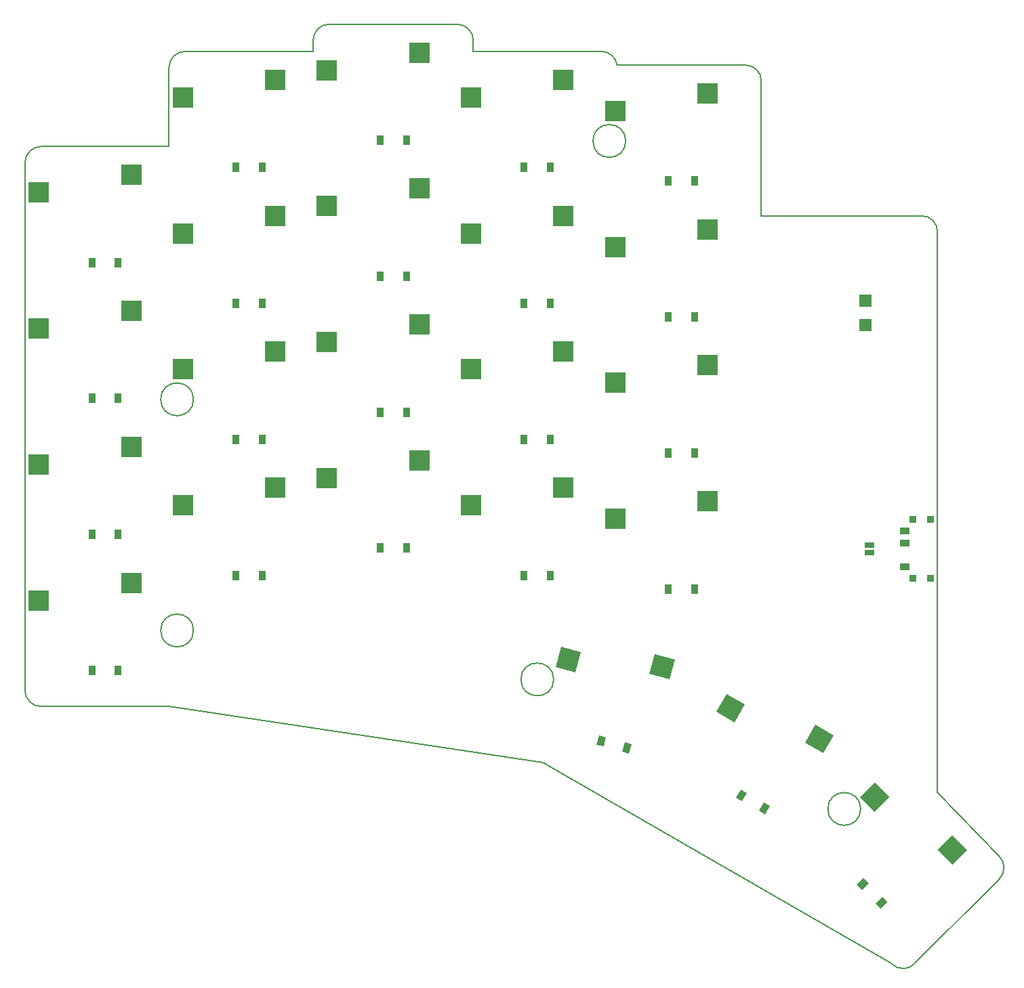
<source format=gbr>
G04 #@! TF.GenerationSoftware,KiCad,Pcbnew,5.1.5+dfsg1-2build2*
G04 #@! TF.CreationDate,2024-05-28T11:23:48+00:00*
G04 #@! TF.ProjectId,board,626f6172-642e-46b6-9963-61645f706362,0.3*
G04 #@! TF.SameCoordinates,Original*
G04 #@! TF.FileFunction,Paste,Top*
G04 #@! TF.FilePolarity,Positive*
%FSLAX46Y46*%
G04 Gerber Fmt 4.6, Leading zero omitted, Abs format (unit mm)*
G04 Created by KiCad (PCBNEW 5.1.5+dfsg1-2build2) date 2024-05-28 11:23:48*
%MOMM*%
%LPD*%
G04 APERTURE LIST*
G04 #@! TA.AperFunction,Profile*
%ADD10C,0.150000*%
G04 #@! TD*
%ADD11R,2.600000X2.600000*%
%ADD12C,0.350000*%
%ADD13R,0.900000X1.200000*%
%ADD14R,1.500000X1.500000*%
%ADD15R,1.143000X0.635000*%
%ADD16R,1.250000X0.900000*%
%ADD17R,0.900000X0.900000*%
G04 APERTURE END LIST*
D10*
X-8000000Y-9500000D02*
X8000000Y-9500000D01*
X-10000000Y-7500000D02*
X-10000000Y58500000D01*
X-8000000Y-9500000D02*
G75*
G02X-10000000Y-7500000I0J2000000D01*
G01*
X8000000Y60500000D02*
X-8000000Y60500000D01*
X-10000000Y58500000D02*
G75*
G02X-8000000Y60500000I2000000J0D01*
G01*
X26000000Y72400000D02*
X10000000Y72400000D01*
X8000000Y70400000D02*
G75*
G02X10000000Y72400000I2000000J0D01*
G01*
X8000000Y70400000D02*
X8000000Y60500000D01*
X46000000Y72400000D02*
X46000000Y73800000D01*
X44000000Y75800000D02*
G75*
G02X46000000Y73800000I0J-2000000D01*
G01*
X44000000Y75800000D02*
X28000000Y75800000D01*
X26000000Y73800000D02*
G75*
G02X28000000Y75800000I2000000J0D01*
G01*
X26000000Y73800000D02*
X26000000Y72400000D01*
X62000000Y72400000D02*
G75*
G02X63977391Y70699872I0J-2000000D01*
G01*
X62000000Y72400000D02*
X46000000Y72400000D01*
X82000000Y51850000D02*
X82000000Y68700000D01*
X80000000Y70700000D02*
G75*
G02X82000000Y68700000I0J-2000000D01*
G01*
X80000000Y70700000D02*
X64000000Y70700000D01*
X63977391Y70699872D02*
G75*
G02X64000000Y70700000I22609J-1999872D01*
G01*
X101117258Y-41686664D02*
G75*
G02X98288831Y-41686665I-1414214J1414213D01*
G01*
X101117258Y-41686665D02*
X111723860Y-31080063D01*
X111723859Y-28251637D02*
G75*
G02X111723859Y-31080063I-1414213J-1414213D01*
G01*
X104000000Y-20208734D02*
X111723860Y-28251636D01*
X98288831Y-41686665D02*
X54707107Y-16524745D01*
X54707107Y-16524745D02*
X8000000Y-9500000D01*
X104000000Y-20208734D02*
X104000000Y49850000D01*
X102000000Y51850000D02*
G75*
G02X104000000Y49850000I0J-2000000D01*
G01*
X102000000Y51850000D02*
X82000000Y51850000D01*
X11050000Y28900000D02*
G75*
G03X11050000Y28900000I-2050000J0D01*
G01*
X11050000Y0D02*
G75*
G03X11050000Y0I-2050000J0D01*
G01*
X65050000Y61200000D02*
G75*
G03X65050000Y61200000I-2050000J0D01*
G01*
X56050000Y-6120000D02*
G75*
G03X56050000Y-6120000I-2050000J0D01*
G01*
X94399134Y-22311939D02*
G75*
G03X94399134Y-22311939I-2050000J0D01*
G01*
D11*
G04 #@! TO.C,S1*
X3275000Y5950000D03*
X-8275000Y3750000D03*
G04 #@! TD*
G04 #@! TO.C,S2*
X3275000Y22950000D03*
X-8275000Y20750000D03*
G04 #@! TD*
G04 #@! TO.C,S3*
X3275000Y39950000D03*
X-8275000Y37750000D03*
G04 #@! TD*
G04 #@! TO.C,S4*
X3275000Y56950000D03*
X-8275000Y54750000D03*
G04 #@! TD*
G04 #@! TO.C,S5*
X21275000Y17850000D03*
X9725000Y15650000D03*
G04 #@! TD*
G04 #@! TO.C,S6*
X21275000Y34850000D03*
X9725000Y32650000D03*
G04 #@! TD*
G04 #@! TO.C,S7*
X21275000Y51850000D03*
X9725000Y49650000D03*
G04 #@! TD*
G04 #@! TO.C,S8*
X21275000Y68850000D03*
X9725000Y66650000D03*
G04 #@! TD*
G04 #@! TO.C,S9*
X39275000Y21250000D03*
X27725000Y19050000D03*
G04 #@! TD*
G04 #@! TO.C,S10*
X39275000Y38250000D03*
X27725000Y36050000D03*
G04 #@! TD*
G04 #@! TO.C,S11*
X39275000Y55250000D03*
X27725000Y53050000D03*
G04 #@! TD*
G04 #@! TO.C,S12*
X39275000Y72250000D03*
X27725000Y70050000D03*
G04 #@! TD*
G04 #@! TO.C,S13*
X57275000Y17850000D03*
X45725000Y15650000D03*
G04 #@! TD*
G04 #@! TO.C,S14*
X57275000Y34850000D03*
X45725000Y32650000D03*
G04 #@! TD*
G04 #@! TO.C,S15*
X57275000Y51850000D03*
X45725000Y49650000D03*
G04 #@! TD*
G04 #@! TO.C,S16*
X57275000Y68850000D03*
X45725000Y66650000D03*
G04 #@! TD*
G04 #@! TO.C,S17*
X75275000Y16150000D03*
X63725000Y13950000D03*
G04 #@! TD*
G04 #@! TO.C,S18*
X75275000Y33150000D03*
X63725000Y30950000D03*
G04 #@! TD*
G04 #@! TO.C,S19*
X75275000Y50150000D03*
X63725000Y47950000D03*
G04 #@! TD*
G04 #@! TO.C,S20*
X75275000Y67150000D03*
X63725000Y64950000D03*
G04 #@! TD*
D12*
G04 #@! TO.C,S21*
G36*
X68004512Y-5438613D02*
G01*
X68677441Y-2927206D01*
X71188848Y-3600135D01*
X70515919Y-6111542D01*
X68004512Y-5438613D01*
G37*
G36*
X56278667Y-4574290D02*
G01*
X56951596Y-2062883D01*
X59463003Y-2735812D01*
X58790074Y-5247219D01*
X56278667Y-4574290D01*
G37*
G04 #@! TD*
G04 #@! TO.C,S22*
G36*
X87466300Y-14057982D02*
G01*
X88766300Y-11806316D01*
X91017966Y-13106316D01*
X89717966Y-15357982D01*
X87466300Y-14057982D01*
G37*
G36*
X76363707Y-10188238D02*
G01*
X77663707Y-7936572D01*
X79915373Y-9236572D01*
X78615373Y-11488238D01*
X76363707Y-10188238D01*
G37*
G04 #@! TD*
G04 #@! TO.C,S23*
G36*
X104034082Y-27420789D02*
G01*
X105872560Y-25582311D01*
X107711038Y-27420789D01*
X105872560Y-29259267D01*
X104034082Y-27420789D01*
G37*
G36*
X94311364Y-20809341D02*
G01*
X96149842Y-18970863D01*
X97988320Y-20809341D01*
X96149842Y-22647819D01*
X94311364Y-20809341D01*
G37*
G04 #@! TD*
D13*
G04 #@! TO.C,D1*
X-1650000Y-5000000D03*
X1650000Y-5000000D03*
G04 #@! TD*
G04 #@! TO.C,D2*
X-1650000Y12000000D03*
X1650000Y12000000D03*
G04 #@! TD*
G04 #@! TO.C,D3*
X-1650000Y29000000D03*
X1650000Y29000000D03*
G04 #@! TD*
G04 #@! TO.C,D4*
X-1650000Y46000000D03*
X1650000Y46000000D03*
G04 #@! TD*
G04 #@! TO.C,D5*
X16350000Y6900000D03*
X19650000Y6900000D03*
G04 #@! TD*
G04 #@! TO.C,D6*
X16350000Y23900000D03*
X19650000Y23900000D03*
G04 #@! TD*
G04 #@! TO.C,D7*
X16350000Y40900000D03*
X19650000Y40900000D03*
G04 #@! TD*
G04 #@! TO.C,D8*
X16350000Y57900000D03*
X19650000Y57900000D03*
G04 #@! TD*
G04 #@! TO.C,D9*
X34350000Y10300000D03*
X37650000Y10300000D03*
G04 #@! TD*
G04 #@! TO.C,D10*
X34350000Y27300000D03*
X37650000Y27300000D03*
G04 #@! TD*
G04 #@! TO.C,D11*
X34350000Y44300000D03*
X37650000Y44300000D03*
G04 #@! TD*
G04 #@! TO.C,D12*
X34350000Y61300000D03*
X37650000Y61300000D03*
G04 #@! TD*
G04 #@! TO.C,D13*
X52350000Y6900000D03*
X55650000Y6900000D03*
G04 #@! TD*
G04 #@! TO.C,D14*
X52350000Y23900000D03*
X55650000Y23900000D03*
G04 #@! TD*
G04 #@! TO.C,D15*
X52350000Y40900000D03*
X55650000Y40900000D03*
G04 #@! TD*
G04 #@! TO.C,D16*
X52350000Y57900000D03*
X55650000Y57900000D03*
G04 #@! TD*
G04 #@! TO.C,D17*
X70350000Y5200000D03*
X73650000Y5200000D03*
G04 #@! TD*
G04 #@! TO.C,D18*
X70350000Y22200000D03*
X73650000Y22200000D03*
G04 #@! TD*
G04 #@! TO.C,D19*
X70350000Y39200000D03*
X73650000Y39200000D03*
G04 #@! TD*
G04 #@! TO.C,D20*
X70350000Y56200000D03*
X73650000Y56200000D03*
G04 #@! TD*
D12*
G04 #@! TO.C,D21*
G36*
X61415464Y-14284637D02*
G01*
X61726047Y-13125526D01*
X62595380Y-13358463D01*
X62284797Y-14517574D01*
X61415464Y-14284637D01*
G37*
G36*
X64603020Y-15138737D02*
G01*
X64913603Y-13979626D01*
X65782936Y-14212563D01*
X65472353Y-15371674D01*
X64603020Y-15138737D01*
G37*
G04 #@! TD*
G04 #@! TO.C,D22*
G36*
X78812247Y-20897315D02*
G01*
X79412247Y-19858085D01*
X80191669Y-20308085D01*
X79591669Y-21347315D01*
X78812247Y-20897315D01*
G37*
G36*
X81670131Y-22547315D02*
G01*
X82270131Y-21508085D01*
X83049553Y-21958085D01*
X82449553Y-22997315D01*
X81670131Y-22547315D01*
G37*
G04 #@! TD*
G04 #@! TO.C,D23*
G36*
X93904812Y-31787140D02*
G01*
X94753340Y-30938612D01*
X95389736Y-31575008D01*
X94541208Y-32423536D01*
X93904812Y-31787140D01*
G37*
G36*
X96238264Y-34120592D02*
G01*
X97086792Y-33272064D01*
X97723188Y-33908460D01*
X96874660Y-34756988D01*
X96238264Y-34120592D01*
G37*
G04 #@! TD*
D14*
G04 #@! TO.C,PAD1*
X95000000Y38200000D03*
G04 #@! TD*
G04 #@! TO.C,PAD2*
X95000000Y41200000D03*
G04 #@! TD*
D15*
G04 #@! TO.C,J2*
X95500000Y10700380D03*
X95500000Y9699620D03*
G04 #@! TD*
D16*
G04 #@! TO.C,T1*
X99925000Y7950000D03*
X99925000Y10950000D03*
X99925000Y12450000D03*
D17*
X103100000Y6500000D03*
X100900000Y6500000D03*
X100900000Y13900000D03*
X103100000Y13900000D03*
G04 #@! TD*
M02*

</source>
